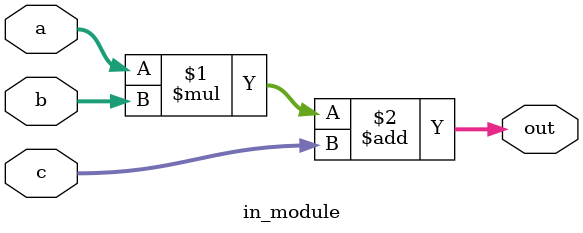
<source format=sv>

(* template = "dsp" *) 
(* solvers = "bitwuzla" *)
(* architecture = "xilinx-ultrascale-plus" *) 
(* pipeline_depth = 0 *)
module in_module(
	(* data *)
	input signed [7:0] a,
	(* data *)
	input signed [7:0] b,
	(* data *)
	input signed [7:0] c,
	(* out *)
	output [7:0] out);

	assign out = (a * b) + c;
endmodule

// CHECK: module out_module(a, b, c, out);
// CHECK:   DSP48E2 #(
// CHECK: endmodule

</source>
